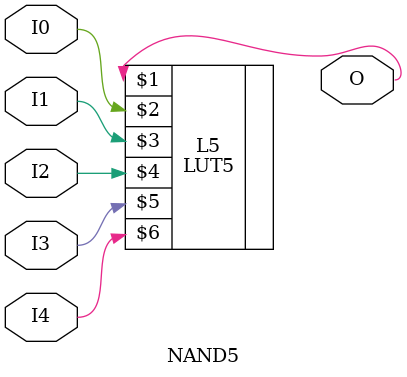
<source format=v>


`timescale  1 ps / 1 ps


module NAND5 (O, I0, I1, I2, I3, I4);

    output O;

    input  I0, I1, I2, I3, I4;

    LUT5 #(.INIT(32'h7FFFFFFF)) L5 (O, I0, I1, I2, I3, I4);

endmodule

</source>
